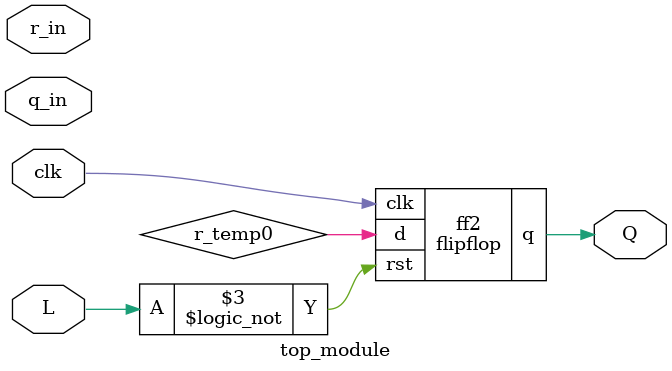
<source format=sv>
module flipflop (
    input clk,
    input rst,
    input d,
    output reg q
);

	always @(posedge clk or posedge rst) begin
		if (rst) begin
			q <= 1'b0;
		end else begin
			q <= d;
		end
	end

endmodule
module mux2to1 (
    input s,
    input d0,
    input d1,
    output reg y
);

	always @ (s or d0 or d1) begin
		if (s) begin
			y <= d1;
		end else begin
			y <= d0;
		end
	end

endmodule
module top_module(
	input clk,
	input L,
	input q_in,
	input r_in,
	output reg Q);

	wire q_temp0, q_temp1, q_temp2;
	wire r_temp0, r_temp1, r_temp2;

	flipflop ff0(
		.clk(clk),
		.rst(!L),
		.d(q_in),
		.q(q_temp0)
	);

	flipflop ff1(
		.clk(clk),
		.rst(!L),
		.d({q_temp0, r_in}),
		.q(q_temp1)
	);

	flipflop ff2(
		.clk(clk),
		.rst(!L),
		.d({q_temp1, r_temp0}),
		.q(Q)
	);

	mux2to1 mux0(
		.s(r_temp0),
		.d0(q_temp1),
		.d1(q_in),
		.y(r_temp1)
	);

	mux2to1 mux1(
		.s(r_temp1),
		.d0(q_temp0),
		.d1(r_in),
		.y(r_temp2)
	);

	mux2to1 mux2(
		.s(r_temp2),
		.d0(q_temp2),
		.d1(q_temp1),
		.y(q_temp0)
	);

endmodule

</source>
